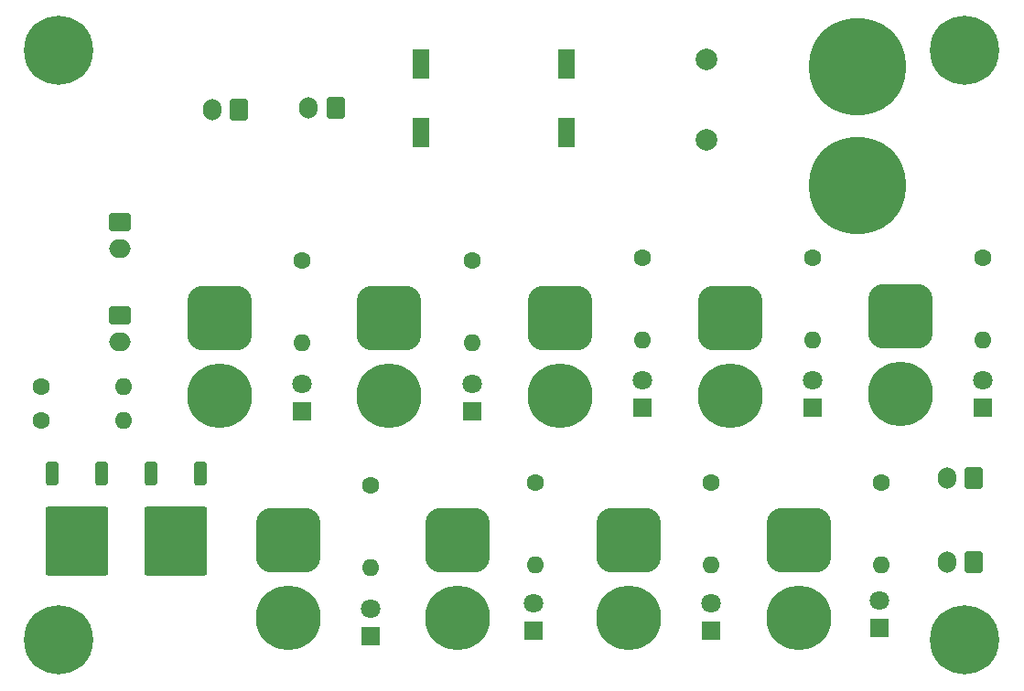
<source format=gbr>
%TF.GenerationSoftware,KiCad,Pcbnew,7.0.5*%
%TF.CreationDate,2023-08-26T23:20:04+09:00*%
%TF.ProjectId,Power_Supply,506f7765-725f-4537-9570-706c792e6b69,rev?*%
%TF.SameCoordinates,Original*%
%TF.FileFunction,Soldermask,Top*%
%TF.FilePolarity,Negative*%
%FSLAX46Y46*%
G04 Gerber Fmt 4.6, Leading zero omitted, Abs format (unit mm)*
G04 Created by KiCad (PCBNEW 7.0.5) date 2023-08-26 23:20:04*
%MOMM*%
%LPD*%
G01*
G04 APERTURE LIST*
G04 Aperture macros list*
%AMRoundRect*
0 Rectangle with rounded corners*
0 $1 Rounding radius*
0 $2 $3 $4 $5 $6 $7 $8 $9 X,Y pos of 4 corners*
0 Add a 4 corners polygon primitive as box body*
4,1,4,$2,$3,$4,$5,$6,$7,$8,$9,$2,$3,0*
0 Add four circle primitives for the rounded corners*
1,1,$1+$1,$2,$3*
1,1,$1+$1,$4,$5*
1,1,$1+$1,$6,$7*
1,1,$1+$1,$8,$9*
0 Add four rect primitives between the rounded corners*
20,1,$1+$1,$2,$3,$4,$5,0*
20,1,$1+$1,$4,$5,$6,$7,0*
20,1,$1+$1,$6,$7,$8,$9,0*
20,1,$1+$1,$8,$9,$2,$3,0*%
G04 Aperture macros list end*
%ADD10RoundRect,0.250000X0.600000X0.750000X-0.600000X0.750000X-0.600000X-0.750000X0.600000X-0.750000X0*%
%ADD11O,1.700000X2.000000*%
%ADD12C,1.600000*%
%ADD13O,1.600000X1.600000*%
%ADD14R,1.800000X1.800000*%
%ADD15C,1.800000*%
%ADD16RoundRect,0.249997X-2.650003X2.950003X-2.650003X-2.950003X2.650003X-2.950003X2.650003X2.950003X0*%
%ADD17RoundRect,0.250000X-0.350000X0.850000X-0.350000X-0.850000X0.350000X-0.850000X0.350000X0.850000X0*%
%ADD18C,6.000000*%
%ADD19RoundRect,1.500000X1.500000X-1.500000X1.500000X1.500000X-1.500000X1.500000X-1.500000X-1.500000X0*%
%ADD20C,9.000000*%
%ADD21O,2.000000X1.700000*%
%ADD22RoundRect,0.250000X-0.750000X0.600000X-0.750000X-0.600000X0.750000X-0.600000X0.750000X0.600000X0*%
%ADD23C,0.800000*%
%ADD24C,6.400000*%
%ADD25R,1.570000X2.820000*%
%ADD26C,2.000000*%
G04 APERTURE END LIST*
D10*
%TO.C,J16*%
X149820000Y-89789000D03*
D11*
X147320000Y-89789000D03*
%TD*%
D10*
%TO.C,J15*%
X149820000Y-97589000D03*
D11*
X147320000Y-97589000D03*
%TD*%
D12*
%TO.C,R7*%
X93980000Y-90418000D03*
D13*
X93980000Y-98038000D03*
%TD*%
D14*
%TO.C,D5*%
X93980000Y-104388000D03*
D15*
X93980000Y-101848000D03*
%TD*%
D13*
%TO.C,R12*%
X71120000Y-84475000D03*
D12*
X63500000Y-84475000D03*
%TD*%
D13*
%TO.C,R11*%
X87630000Y-77222000D03*
D12*
X87630000Y-69602000D03*
%TD*%
%TO.C,R10*%
X134874000Y-69392000D03*
D13*
X134874000Y-77012000D03*
%TD*%
D12*
%TO.C,R9*%
X125463000Y-90214000D03*
D13*
X125463000Y-97834000D03*
%TD*%
D12*
%TO.C,R8*%
X141211000Y-90170000D03*
D13*
X141211000Y-97790000D03*
%TD*%
D12*
%TO.C,R5*%
X109207000Y-90170000D03*
D13*
X109207000Y-97790000D03*
%TD*%
D12*
%TO.C,R4*%
X150602000Y-69392000D03*
D13*
X150602000Y-77012000D03*
%TD*%
D12*
%TO.C,R3*%
X119126000Y-69392000D03*
D13*
X119126000Y-77012000D03*
%TD*%
%TO.C,R2*%
X103378000Y-77222000D03*
D12*
X103378000Y-69602000D03*
%TD*%
D13*
%TO.C,R1*%
X71120000Y-81300000D03*
D12*
X63500000Y-81300000D03*
%TD*%
D16*
%TO.C,Q2*%
X66813000Y-95655000D03*
D17*
X64533000Y-89355000D03*
X69093000Y-89355000D03*
%TD*%
%TO.C,Q1*%
X78225000Y-89355000D03*
X73665000Y-89355000D03*
D16*
X75945000Y-95655000D03*
%TD*%
D18*
%TO.C,J14*%
X133604000Y-102698000D03*
D19*
X133604000Y-95498000D03*
%TD*%
D18*
%TO.C,J13*%
X117856000Y-102698000D03*
D19*
X117856000Y-95498000D03*
%TD*%
D18*
%TO.C,J12*%
X102018000Y-102698000D03*
D19*
X102018000Y-95498000D03*
%TD*%
D18*
%TO.C,J11*%
X86360000Y-102698000D03*
D19*
X86360000Y-95498000D03*
%TD*%
D20*
%TO.C,J10*%
X139065000Y-51650000D03*
X139065000Y-62650000D03*
%TD*%
D19*
%TO.C,J9*%
X142982000Y-74806000D03*
D18*
X142982000Y-82006000D03*
%TD*%
D19*
%TO.C,J8*%
X127234000Y-74930000D03*
D18*
X127234000Y-82130000D03*
%TD*%
D19*
%TO.C,J7*%
X111486000Y-74930000D03*
D18*
X111486000Y-82130000D03*
%TD*%
D21*
%TO.C,J6*%
X70760000Y-77196000D03*
D22*
X70760000Y-74696000D03*
%TD*%
%TO.C,J5*%
X70760000Y-66060000D03*
D21*
X70760000Y-68560000D03*
%TD*%
D10*
%TO.C,J4*%
X81823000Y-55626000D03*
D11*
X79323000Y-55626000D03*
%TD*%
D19*
%TO.C,J3*%
X95648000Y-74930000D03*
D18*
X95648000Y-82130000D03*
%TD*%
D10*
%TO.C,J2*%
X90765000Y-55520000D03*
D11*
X88265000Y-55520000D03*
%TD*%
D19*
%TO.C,J1*%
X79990000Y-74930000D03*
D18*
X79990000Y-82130000D03*
%TD*%
D23*
%TO.C,H4*%
X146571000Y-104775000D03*
X147273944Y-106472056D03*
X147273944Y-103077944D03*
X148971000Y-107175000D03*
D24*
X148971000Y-104775000D03*
D23*
X151371000Y-104775000D03*
X150668056Y-103077944D03*
X150668056Y-106472056D03*
X148971000Y-102375000D03*
%TD*%
%TO.C,H3*%
X62751000Y-104775000D03*
X63453944Y-106472056D03*
X63453944Y-103077944D03*
X65151000Y-107175000D03*
D24*
X65151000Y-104775000D03*
D23*
X67551000Y-104775000D03*
X66848056Y-103077944D03*
X66848056Y-106472056D03*
X65151000Y-102375000D03*
%TD*%
%TO.C,H2*%
X146571000Y-50165000D03*
X147273944Y-51862056D03*
X147273944Y-48467944D03*
X148971000Y-52565000D03*
D24*
X148971000Y-50165000D03*
D23*
X151371000Y-50165000D03*
X150668056Y-48467944D03*
X150668056Y-51862056D03*
X148971000Y-47765000D03*
%TD*%
%TO.C,H1*%
X62751000Y-50165000D03*
X63453944Y-51862056D03*
X63453944Y-48467944D03*
X65151000Y-52565000D03*
D24*
X65151000Y-50165000D03*
D23*
X67551000Y-50165000D03*
X66848056Y-48467944D03*
X66848056Y-51862056D03*
X65151000Y-47765000D03*
%TD*%
D25*
%TO.C,F1*%
X112140000Y-51450000D03*
X98680000Y-51450000D03*
X98680000Y-57770000D03*
X112140000Y-57770000D03*
%TD*%
D14*
%TO.C,D9*%
X109080000Y-103886000D03*
D15*
X109080000Y-101346000D03*
%TD*%
D14*
%TO.C,D8*%
X150602000Y-83235000D03*
D15*
X150602000Y-80695000D03*
%TD*%
D14*
%TO.C,D7*%
X119126000Y-83235000D03*
D15*
X119126000Y-80695000D03*
%TD*%
D14*
%TO.C,D6*%
X103378000Y-83572000D03*
D15*
X103378000Y-81032000D03*
%TD*%
D14*
%TO.C,D4*%
X141084000Y-103676000D03*
D15*
X141084000Y-101136000D03*
%TD*%
D14*
%TO.C,D3*%
X125463000Y-103930000D03*
D15*
X125463000Y-101390000D03*
%TD*%
%TO.C,D2*%
X134874000Y-80695000D03*
D14*
X134874000Y-83235000D03*
%TD*%
%TO.C,D1*%
X87630000Y-83572000D03*
D15*
X87630000Y-81032000D03*
%TD*%
D26*
%TO.C,C1*%
X125095000Y-58487000D03*
X125095000Y-50987000D03*
%TD*%
M02*

</source>
